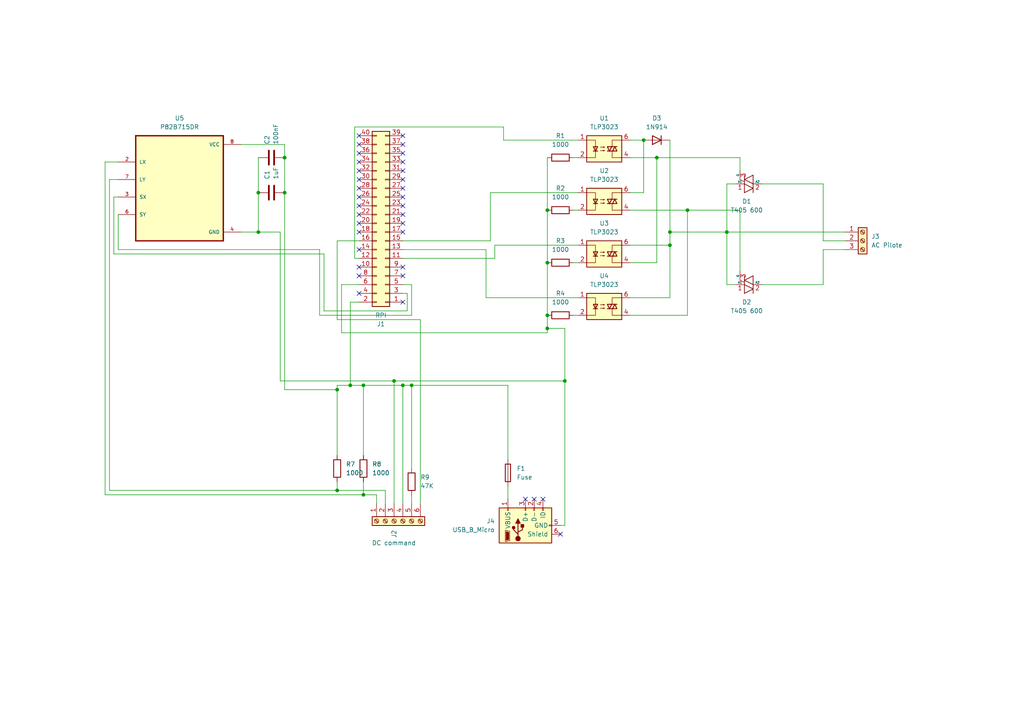
<source format=kicad_sch>
(kicad_sch (version 20230121) (generator eeschema)
  (paper "A4")
  (title_block (title "Heatger") (rev "1"))
  (lib_symbols
    (symbol "Autre:P82B715DR" (pin_names (offset 1.016))
      (property "Reference" "U" (at -12.7 16.24 0))
      (property "Value" "P82B715DR" (at -12.7 -19.24 0))
      (symbol "P82B715DR_0_0"
        (rectangle (start -12.7 -15.24) (end 12.7 15.24) (stroke (width 0.41)) (fill (type background)))
        (pin bidirectional line (at -17.78 7.62 0) (length 5.08) (name "LX") (number "2"))
        (pin bidirectional line (at -17.78 -2.54 0) (length 5.08) (name "SX") (number "3"))
        (pin power_in line (at 17.78 -12.7 180) (length 5.08) (name "GND") (number "4"))
        (pin bidirectional line (at -17.78 -7.62 0) (length 5.08) (name "SY") (number "6"))
        (pin bidirectional line (at -17.78 2.54 0) (length 5.08) (name "LY") (number "7"))
        (pin power_in line (at 17.78 12.7 180) (length 5.08) (name "VCC") (number "8"))
      )
    )
    (symbol "Connector:Screw_Terminal_01x03" (pin_names (offset 1.016) hide)
      (property "Reference" "J" (at 0 5.08 0))
      (property "Value" "Screw_Terminal_01x03" (at 0 -5.08 0))
      (symbol "Screw_Terminal_01x03_1_1"
        (rectangle (start -1.27 3.81) (end 1.27 -3.81) (stroke (width 0.254)) (fill (type background)))
        (circle (center 0 -2.54) (radius 0.635) (stroke (width 0.1524)))
        (polyline (pts (xy -0.5334 -2.2098) (xy 0.3302 -3.048)) (stroke (width 0.1524)))
        (polyline (pts (xy -0.5334 0.3302) (xy 0.3302 -0.508)) (stroke (width 0.1524)))
        (polyline (pts (xy -0.5334 2.8702) (xy 0.3302 2.032)) (stroke (width 0.1524)))
        (polyline (pts (xy -0.3556 -2.032) (xy 0.508 -2.8702)) (stroke (width 0.1524)))
        (polyline (pts (xy -0.3556 0.508) (xy 0.508 -0.3302)) (stroke (width 0.1524)))
        (polyline (pts (xy -0.3556 3.048) (xy 0.508 2.2098)) (stroke (width 0.1524)))
        (circle (center 0 0) (radius 0.635) (stroke (width 0.1524)))
        (circle (center 0 2.54) (radius 0.635) (stroke (width 0.1524)))
        (pin passive line (at -5.08 2.54 0) (length 3.81) (name "Pin_1") (number "1"))
        (pin passive line (at -5.08 0 0) (length 3.81) (name "Pin_2") (number "2"))
        (pin passive line (at -5.08 -2.54 0) (length 3.81) (name "Pin_3") (number "3"))
      )
    )
    (symbol "Connector:Screw_Terminal_01x06" (pin_names (offset 1.016) hide)
      (property "Reference" "J" (at 0 7.62 0))
      (property "Value" "Screw_Terminal_01x06" (at 0 -10.16 0))
      (symbol "Screw_Terminal_01x06_1_1"
        (rectangle (start -1.27 6.35) (end 1.27 -8.89) (stroke (width 0.254)) (fill (type background)))
        (circle (center 0 -7.62) (radius 0.635) (stroke (width 0.1524)))
        (circle (center 0 -5.08) (radius 0.635) (stroke (width 0.1524)))
        (circle (center 0 -2.54) (radius 0.635) (stroke (width 0.1524)))
        (polyline (pts (xy -0.5334 -7.2898) (xy 0.3302 -8.128)) (stroke (width 0.1524)))
        (polyline (pts (xy -0.5334 -4.7498) (xy 0.3302 -5.588)) (stroke (width 0.1524)))
        (polyline (pts (xy -0.5334 -2.2098) (xy 0.3302 -3.048)) (stroke (width 0.1524)))
        (polyline (pts (xy -0.5334 0.3302) (xy 0.3302 -0.508)) (stroke (width 0.1524)))
        (polyline (pts (xy -0.5334 2.8702) (xy 0.3302 2.032)) (stroke (width 0.1524)))
        (polyline (pts (xy -0.5334 5.4102) (xy 0.3302 4.572)) (stroke (width 0.1524)))
        (polyline (pts (xy -0.3556 -7.112) (xy 0.508 -7.9502)) (stroke (width 0.1524)))
        (polyline (pts (xy -0.3556 -4.572) (xy 0.508 -5.4102)) (stroke (width 0.1524)))
        (polyline (pts (xy -0.3556 -2.032) (xy 0.508 -2.8702)) (stroke (width 0.1524)))
        (polyline (pts (xy -0.3556 0.508) (xy 0.508 -0.3302)) (stroke (width 0.1524)))
        (polyline (pts (xy -0.3556 3.048) (xy 0.508 2.2098)) (stroke (width 0.1524)))
        (polyline (pts (xy -0.3556 5.588) (xy 0.508 4.7498)) (stroke (width 0.1524)))
        (circle (center 0 0) (radius 0.635) (stroke (width 0.1524)))
        (circle (center 0 2.54) (radius 0.635) (stroke (width 0.1524)))
        (circle (center 0 5.08) (radius 0.635) (stroke (width 0.1524)))
        (pin passive line (at -5.08 5.08 0) (length 3.81) (name "Pin_1") (number "1"))
        (pin passive line (at -5.08 2.54 0) (length 3.81) (name "Pin_2") (number "2"))
        (pin passive line (at -5.08 0 0) (length 3.81) (name "Pin_3") (number "3"))
        (pin passive line (at -5.08 -2.54 0) (length 3.81) (name "Pin_4") (number "4"))
        (pin passive line (at -5.08 -5.08 0) (length 3.81) (name "Pin_5") (number "5"))
        (pin passive line (at -5.08 -7.62 0) (length 3.81) (name "Pin_6") (number "6"))
      )
    )
    (symbol "Connector:USB_B_Micro" (pin_names (offset 1.016))
      (property "Reference" "J" (at -5.08 11.43 0))
      (property "Value" "USB_B_Micro" (at -5.08 8.89 0))
      (symbol "USB_B_Micro_0_1"
        (rectangle (start -5.08 -7.62) (end 5.08 7.62) (stroke (width 0.254)) (fill (type background)))
        (circle (center -3.81 2.159) (radius 0.635) (stroke (width 0.254)) (fill (type outline)))
        (circle (center -0.635 3.429) (radius 0.381) (stroke (width 0.254)) (fill (type outline)))
        (rectangle (start -0.127 -7.62) (end 0.127 -6.858))
        (polyline (pts (xy -1.905 2.159) (xy 0.635 2.159)) (stroke (width 0.254)))
        (polyline (pts (xy -3.175 2.159) (xy -2.54 2.159) (xy -1.27 3.429) (xy -0.635 3.429)) (stroke (width 0.254)))
        (polyline (pts (xy -2.54 2.159) (xy -1.905 2.159) (xy -1.27 0.889) (xy 0 0.889)) (stroke (width 0.254)))
        (polyline (pts (xy 0.635 2.794) (xy 0.635 1.524) (xy 1.905 2.159) (xy 0.635 2.794)) (stroke (width 0.254)) (fill (type outline)))
        (polyline (pts (xy -4.318 5.588) (xy -1.778 5.588) (xy -2.032 4.826) (xy -4.064 4.826) (xy -4.318 5.588)) (fill (type outline)))
        (polyline (pts (xy -4.699 5.842) (xy -4.699 5.588) (xy -4.445 4.826) (xy -4.445 4.572) (xy -1.651 4.572) (xy -1.651 4.826) (xy -1.397 5.588) (xy -1.397 5.842) (xy -4.699 5.842)))
        (rectangle (start 0.254 1.27) (end -0.508 0.508) (stroke (width 0.254)) (fill (type outline)))
        (rectangle (start 5.08 -5.207) (end 4.318 -4.953))
        (rectangle (start 5.08 -2.667) (end 4.318 -2.413))
        (rectangle (start 5.08 -0.127) (end 4.318 0.127))
        (rectangle (start 5.08 4.953) (end 4.318 5.207))
      )
      (symbol "USB_B_Micro_1_1"
        (pin power_out line (at 7.62 5.08 180) (length 2.54) (name "VBUS") (number "1"))
        (pin bidirectional line (at 7.62 -2.54 180) (length 2.54) (name "D-") (number "2"))
        (pin bidirectional line (at 7.62 0 180) (length 2.54) (name "D+") (number "3"))
        (pin passive line (at 7.62 -5.08 180) (length 2.54) (name "ID") (number "4"))
        (pin power_out line (at 0 -10.16 90) (length 2.54) (name "GND") (number "5"))
        (pin passive line (at -2.54 -10.16 90) (length 2.54) (name "Shield") (number "6"))
      )
    )
    (symbol "Connector_Generic:Conn_02x20_Odd_Even" (pin_names (offset 1.016) hide)
      (property "Reference" "J" (at 1.27 25.4 0))
      (property "Value" "Conn_02x20_Odd_Even" (at 1.27 -27.94 0))
      (symbol "Conn_02x20_Odd_Even_1_1"
        (rectangle (start -1.27 -25.273) (end 0 -25.527) (stroke (width 0.1524)))
        (rectangle (start -1.27 -22.733) (end 0 -22.987) (stroke (width 0.1524)))
        (rectangle (start -1.27 -20.193) (end 0 -20.447) (stroke (width 0.1524)))
        (rectangle (start -1.27 -17.653) (end 0 -17.907) (stroke (width 0.1524)))
        (rectangle (start -1.27 -15.113) (end 0 -15.367) (stroke (width 0.1524)))
        (rectangle (start -1.27 -12.573) (end 0 -12.827) (stroke (width 0.1524)))
        (rectangle (start -1.27 -10.033) (end 0 -10.287) (stroke (width 0.1524)))
        (rectangle (start -1.27 -7.493) (end 0 -7.747) (stroke (width 0.1524)))
        (rectangle (start -1.27 -4.953) (end 0 -5.207) (stroke (width 0.1524)))
        (rectangle (start -1.27 -2.413) (end 0 -2.667) (stroke (width 0.1524)))
        (rectangle (start -1.27 0.127) (end 0 -0.127) (stroke (width 0.1524)))
        (rectangle (start -1.27 2.667) (end 0 2.413) (stroke (width 0.1524)))
        (rectangle (start -1.27 5.207) (end 0 4.953) (stroke (width 0.1524)))
        (rectangle (start -1.27 7.747) (end 0 7.493) (stroke (width 0.1524)))
        (rectangle (start -1.27 10.287) (end 0 10.033) (stroke (width 0.1524)))
        (rectangle (start -1.27 12.827) (end 0 12.573) (stroke (width 0.1524)))
        (rectangle (start -1.27 15.367) (end 0 15.113) (stroke (width 0.1524)))
        (rectangle (start -1.27 17.907) (end 0 17.653) (stroke (width 0.1524)))
        (rectangle (start -1.27 20.447) (end 0 20.193) (stroke (width 0.1524)))
        (rectangle (start -1.27 22.987) (end 0 22.733) (stroke (width 0.1524)))
        (rectangle (start -1.27 24.13) (end 3.81 -26.67) (stroke (width 0.254)) (fill (type background)))
        (rectangle (start 3.81 -25.273) (end 2.54 -25.527) (stroke (width 0.1524)))
        (rectangle (start 3.81 -22.733) (end 2.54 -22.987) (stroke (width 0.1524)))
        (rectangle (start 3.81 -20.193) (end 2.54 -20.447) (stroke (width 0.1524)))
        (rectangle (start 3.81 -17.653) (end 2.54 -17.907) (stroke (width 0.1524)))
        (rectangle (start 3.81 -15.113) (end 2.54 -15.367) (stroke (width 0.1524)))
        (rectangle (start 3.81 -12.573) (end 2.54 -12.827) (stroke (width 0.1524)))
        (rectangle (start 3.81 -10.033) (end 2.54 -10.287) (stroke (width 0.1524)))
        (rectangle (start 3.81 -7.493) (end 2.54 -7.747) (stroke (width 0.1524)))
        (rectangle (start 3.81 -4.953) (end 2.54 -5.207) (stroke (width 0.1524)))
        (rectangle (start 3.81 -2.413) (end 2.54 -2.667) (stroke (width 0.1524)))
        (rectangle (start 3.81 0.127) (end 2.54 -0.127) (stroke (width 0.1524)))
        (rectangle (start 3.81 2.667) (end 2.54 2.413) (stroke (width 0.1524)))
        (rectangle (start 3.81 5.207) (end 2.54 4.953) (stroke (width 0.1524)))
        (rectangle (start 3.81 7.747) (end 2.54 7.493) (stroke (width 0.1524)))
        (rectangle (start 3.81 10.287) (end 2.54 10.033) (stroke (width 0.1524)))
        (rectangle (start 3.81 12.827) (end 2.54 12.573) (stroke (width 0.1524)))
        (rectangle (start 3.81 15.367) (end 2.54 15.113) (stroke (width 0.1524)))
        (rectangle (start 3.81 17.907) (end 2.54 17.653) (stroke (width 0.1524)))
        (rectangle (start 3.81 20.447) (end 2.54 20.193) (stroke (width 0.1524)))
        (rectangle (start 3.81 22.987) (end 2.54 22.733) (stroke (width 0.1524)))
        (pin passive line (at -5.08 22.86 0) (length 3.81) (name "Pin_1") (number "1"))
        (pin passive line (at 7.62 12.7 180) (length 3.81) (name "Pin_10") (number "10"))
        (pin passive line (at -5.08 10.16 0) (length 3.81) (name "Pin_11") (number "11"))
        (pin passive line (at 7.62 10.16 180) (length 3.81) (name "Pin_12") (number "12"))
        (pin passive line (at -5.08 7.62 0) (length 3.81) (name "Pin_13") (number "13"))
        (pin passive line (at 7.62 7.62 180) (length 3.81) (name "Pin_14") (number "14"))
        (pin passive line (at -5.08 5.08 0) (length 3.81) (name "Pin_15") (number "15"))
        (pin passive line (at 7.62 5.08 180) (length 3.81) (name "Pin_16") (number "16"))
        (pin passive line (at -5.08 2.54 0) (length 3.81) (name "Pin_17") (number "17"))
        (pin passive line (at 7.62 2.54 180) (length 3.81) (name "Pin_18") (number "18"))
        (pin passive line (at -5.08 0 0) (length 3.81) (name "Pin_19") (number "19"))
        (pin passive line (at 7.62 22.86 180) (length 3.81) (name "Pin_2") (number "2"))
        (pin passive line (at 7.62 0 180) (length 3.81) (name "Pin_20") (number "20"))
        (pin passive line (at -5.08 -2.54 0) (length 3.81) (name "Pin_21") (number "21"))
        (pin passive line (at 7.62 -2.54 180) (length 3.81) (name "Pin_22") (number "22"))
        (pin passive line (at -5.08 -5.08 0) (length 3.81) (name "Pin_23") (number "23"))
        (pin passive line (at 7.62 -5.08 180) (length 3.81) (name "Pin_24") (number "24"))
        (pin passive line (at -5.08 -7.62 0) (length 3.81) (name "Pin_25") (number "25"))
        (pin passive line (at 7.62 -7.62 180) (length 3.81) (name "Pin_26") (number "26"))
        (pin passive line (at -5.08 -10.16 0) (length 3.81) (name "Pin_27") (number "27"))
        (pin passive line (at 7.62 -10.16 180) (length 3.81) (name "Pin_28") (number "28"))
        (pin passive line (at -5.08 -12.7 0) (length 3.81) (name "Pin_29") (number "29"))
        (pin passive line (at -5.08 20.32 0) (length 3.81) (name "Pin_3") (number "3"))
        (pin passive line (at 7.62 -12.7 180) (length 3.81) (name "Pin_30") (number "30"))
        (pin passive line (at -5.08 -15.24 0) (length 3.81) (name "Pin_31") (number "31"))
        (pin passive line (at 7.62 -15.24 180) (length 3.81) (name "Pin_32") (number "32"))
        (pin passive line (at -5.08 -17.78 0) (length 3.81) (name "Pin_33") (number "33"))
        (pin passive line (at 7.62 -17.78 180) (length 3.81) (name "Pin_34") (number "34"))
        (pin passive line (at -5.08 -20.32 0) (length 3.81) (name "Pin_35") (number "35"))
        (pin passive line (at 7.62 -20.32 180) (length 3.81) (name "Pin_36") (number "36"))
        (pin passive line (at -5.08 -22.86 0) (length 3.81) (name "Pin_37") (number "37"))
        (pin passive line (at 7.62 -22.86 180) (length 3.81) (name "Pin_38") (number "38"))
        (pin passive line (at -5.08 -25.4 0) (length 3.81) (name "Pin_39") (number "39"))
        (pin passive line (at 7.62 20.32 180) (length 3.81) (name "Pin_4") (number "4"))
        (pin passive line (at 7.62 -25.4 180) (length 3.81) (name "Pin_40") (number "40"))
        (pin passive line (at -5.08 17.78 0) (length 3.81) (name "Pin_5") (number "5"))
        (pin passive line (at 7.62 17.78 180) (length 3.81) (name "Pin_6") (number "6"))
        (pin passive line (at -5.08 15.24 0) (length 3.81) (name "Pin_7") (number "7"))
        (pin passive line (at 7.62 15.24 180) (length 3.81) (name "Pin_8") (number "8"))
        (pin passive line (at -5.08 12.7 0) (length 3.81) (name "Pin_9") (number "9"))
      )
    )
    (symbol "Device:C" (pin_numbers hide) (pin_names (offset 0.254))
      (property "Reference" "C" (at 0.635 2.54 0))
      (property "Value" "C" (at 0.635 -2.54 0))
      (symbol "C_0_1"
        (polyline (pts (xy -2.032 -0.762) (xy 2.032 -0.762)) (stroke (width 0.508)))
        (polyline (pts (xy -2.032 0.762) (xy 2.032 0.762)) (stroke (width 0.508)))
      )
      (symbol "C_1_1"
        (pin passive line (at 0 3.81 270) (length 2.794) (name "~") (number "1"))
        (pin passive line (at 0 -3.81 90) (length 2.794) (name "~") (number "2"))
      )
    )
    (symbol "Device:Fuse" (pin_numbers hide) (pin_names (offset 0))
      (property "Reference" "F" (at 2.032 0 90))
      (property "Value" "Fuse" (at -1.905 0 90))
      (symbol "Fuse_0_1"
        (rectangle (start -0.762 -2.54) (end 0.762 2.54) (stroke (width 0.254)))
        (polyline (pts (xy 0 2.54) (xy 0 -2.54)))
      )
      (symbol "Fuse_1_1"
        (pin passive line (at 0 3.81 270) (length 1.27) (name "~") (number "1"))
        (pin passive line (at 0 -3.81 90) (length 1.27) (name "~") (number "2"))
      )
    )
    (symbol "Device:Q_TRIAC_A1A2G" (pin_names (offset 0))
      (property "Reference" "D" (at 3.175 0.635 0))
      (property "Value" "Q_TRIAC_A1A2G" (at 3.175 -1.27 0))
      (symbol "Q_TRIAC_A1A2G_0_1"
        (polyline (pts (xy -2.54 -1.27) (xy 2.54 -1.27)) (stroke (width 0.2032)))
        (polyline (pts (xy -2.54 1.27) (xy 2.54 1.27)) (stroke (width 0.2032)))
        (polyline (pts (xy -1.27 -2.54) (xy -0.635 -1.27)))
        (polyline (pts (xy -2.54 1.27) (xy -1.27 -1.27) (xy 0 1.27)) (stroke (width 0.2032)))
        (polyline (pts (xy 0 -1.27) (xy 1.27 1.27) (xy 2.54 -1.27)) (stroke (width 0.2032)))
      )
      (symbol "Q_TRIAC_A1A2G_1_1"
        (pin passive line (at 0 -3.81 90) (length 2.54) (name "A1") (number "1"))
        (pin passive line (at 0 3.81 270) (length 2.54) (name "A2") (number "2"))
        (pin input line (at -3.81 -2.54 0) (length 2.54) (name "G") (number "3"))
      )
    )
    (symbol "Device:R" (pin_numbers hide) (pin_names (offset 0))
      (property "Reference" "R" (at 2.032 0 90))
      (property "Value" "R" (at 0 0 90))
      (symbol "R_0_1"
        (rectangle (start -1.016 -2.54) (end 1.016 2.54) (stroke (width 0.254)))
      )
      (symbol "R_1_1"
        (pin passive line (at 0 3.81 270) (length 1.27) (name "~") (number "1"))
        (pin passive line (at 0 -3.81 90) (length 1.27) (name "~") (number "2"))
      )
    )
    (symbol "Diode:1N914" (pin_numbers hide) (pin_names hide)
      (property "Reference" "D" (at 0 2.54 0))
      (property "Value" "1N914" (at 0 -2.54 0))
      (symbol "1N914_0_1"
        (polyline (pts (xy -1.27 1.27) (xy -1.27 -1.27)) (stroke (width 0.254)))
        (polyline (pts (xy 1.27 0) (xy -1.27 0)))
        (polyline (pts (xy 1.27 1.27) (xy 1.27 -1.27) (xy -1.27 0) (xy 1.27 1.27)) (stroke (width 0.254)))
      )
      (symbol "1N914_1_1"
        (pin passive line (at -3.81 0 0) (length 2.54) (name "K") (number "1"))
        (pin passive line (at 3.81 0 180) (length 2.54) (name "A") (number "2"))
      )
    )
    (symbol "Isolator:TLP3023" (pin_names (offset 1.016))
      (property "Reference" "U" (at -5.08 5.08 0))
      (property "Value" "TLP3023" (at 0 5.08 0))
      (symbol "TLP3023_0_1"
        (rectangle (start -5.08 3.81) (end 5.08 -3.81) (stroke (width 0.254)) (fill (type background)))
        (polyline (pts (xy -3.175 -0.635) (xy -1.905 -0.635)) (stroke (width 0.254)))
        (polyline (pts (xy 1.905 0.635) (xy 3.683 0.635)) (stroke (width 0.254)))
        (polyline (pts (xy 2.286 -2.54) (xy 2.286 -0.635)))
        (polyline (pts (xy 2.286 -2.54) (xy 5.08 -2.54)))
        (polyline (pts (xy 2.286 2.54) (xy 2.286 0.635)))
        (polyline (pts (xy 2.286 2.54) (xy 5.08 2.54)))
        (polyline (pts (xy 2.667 -0.635) (xy 0.889 -0.635)) (stroke (width 0.254)))
        (polyline (pts (xy -5.08 2.54) (xy -2.54 2.54) (xy -2.54 0.635)))
        (polyline (pts (xy -2.54 0.762) (xy -2.54 -2.54) (xy -5.08 -2.54)))
        (polyline (pts (xy -2.54 -0.635) (xy -3.175 0.635) (xy -1.905 0.635) (xy -2.54 -0.635)) (stroke (width 0.254)))
        (polyline (pts (xy 1.524 -0.635) (xy 2.159 0.635) (xy 0.889 0.635) (xy 1.524 -0.635)) (stroke (width 0.254)))
        (polyline (pts (xy 3.048 0.635) (xy 2.413 -0.635) (xy 3.683 -0.635) (xy 3.048 0.635)) (stroke (width 0.254)))
        (polyline (pts (xy -1.143 -0.508) (xy 0.127 -0.508) (xy -0.254 -0.635) (xy -0.254 -0.381) (xy 0.127 -0.508)))
        (polyline (pts (xy -1.143 0.508) (xy 0.127 0.508) (xy -0.254 0.381) (xy -0.254 0.635) (xy 0.127 0.508)))
      )
      (symbol "TLP3023_1_1"
        (pin passive line (at -7.62 2.54 0) (length 2.54) (name "~") (number "1"))
        (pin passive line (at -7.62 -2.54 0) (length 2.54) (name "~") (number "2"))
        (pin no_connect line (at -5.08 0 0) (length 2.54) hide (name "NC") (number "3"))
        (pin passive line (at 7.62 -2.54 180) (length 2.54) (name "~") (number "4"))
        (pin passive line (at 7.62 2.54 180) (length 2.54) (name "~") (number "6"))
      )
    )
  )
  (junction (at 158.75 60.96))
  (junction (at 97.79 142.24))
  (junction (at 199.39 60.96))
  (junction (at 194.31 67.31))
  (junction (at 74.93 67.31))
  (junction (at 105.41 143.51))
  (junction (at 74.93 55.88))
  (junction (at 210.82 67.31))
  (junction (at 163.83 110.49))
  (junction (at 158.75 76.2))
  (junction (at 194.31 71.12))
  (junction (at 82.55 45.72))
  (junction (at 119.38 111.76))
  (junction (at 190.5 45.72))
  (junction (at 116.84 111.76))
  (junction (at 105.41 111.76))
  (junction (at 97.79 113.03))
  (junction (at 114.3 110.49))
  (junction (at 101.6 111.76))
  (junction (at 82.55 55.88))
  (junction (at 158.75 91.44))
  (junction (at 186.69 40.64))
  (junction (at 158.75 95.25))
  (no_connect (at 104.14 57.15))
  (no_connect (at 116.84 80.01))
  (no_connect (at 116.84 64.77))
  (no_connect (at 116.84 49.53))
  (no_connect (at 116.84 67.31))
  (no_connect (at 116.84 54.61))
  (no_connect (at 116.84 46.99))
  (no_connect (at 116.84 59.69))
  (no_connect (at 116.84 77.47))
  (no_connect (at 104.14 72.39))
  (no_connect (at 152.4 144.78))
  (no_connect (at 162.56 154.94))
  (no_connect (at 154.94 144.78))
  (no_connect (at 116.84 62.23))
  (no_connect (at 104.14 67.31))
  (no_connect (at 116.84 44.45))
  (no_connect (at 116.84 39.37))
  (no_connect (at 104.14 44.45))
  (no_connect (at 104.14 39.37))
  (no_connect (at 104.14 77.47))
  (no_connect (at 104.14 64.77))
  (no_connect (at 104.14 46.99))
  (no_connect (at 104.14 59.69))
  (no_connect (at 116.84 52.07))
  (no_connect (at 104.14 41.91))
  (no_connect (at 104.14 62.23))
  (no_connect (at 104.14 80.01))
  (no_connect (at 116.84 41.91))
  (no_connect (at 104.14 49.53))
  (no_connect (at 116.84 87.63))
  (no_connect (at 157.48 144.78))
  (no_connect (at 104.14 54.61))
  (no_connect (at 104.14 85.09))
  (no_connect (at 104.14 52.07))
  (no_connect (at 116.84 57.15))
  (wire (pts (xy 147.32 140.97) (xy 147.32 144.78)))
  (wire (pts (xy 143.51 74.93) (xy 116.84 74.93)))
  (wire (pts (xy 238.76 72.39) (xy 245.11 72.39)))
  (wire (pts (xy 214.63 78.74) (xy 214.63 60.96)))
  (wire (pts (xy 97.79 92.71) (xy 97.79 69.85)))
  (wire (pts (xy 119.38 91.44) (xy 119.38 82.55)))
  (wire (pts (xy 81.28 110.49) (xy 114.3 110.49)))
  (wire (pts (xy 190.5 76.2) (xy 190.5 45.72)))
  (wire (pts (xy 92.71 91.44) (xy 119.38 91.44)))
  (wire (pts (xy 142.24 55.88) (xy 142.24 69.85)))
  (wire (pts (xy 34.29 72.39) (xy 34.29 62.23)))
  (wire (pts (xy 99.06 82.55) (xy 104.14 82.55)))
  (wire (pts (xy 118.11 90.17) (xy 93.98 90.17)))
  (wire (pts (xy 93.98 90.17) (xy 93.98 73.66)))
  (wire (pts (xy 214.63 45.72) (xy 214.63 49.53)))
  (wire (pts (xy 119.38 111.76) (xy 147.32 111.76)))
  (wire (pts (xy 105.41 139.7) (xy 105.41 143.51)))
  (wire (pts (xy 143.51 71.12) (xy 167.64 71.12)))
  (wire (pts (xy 245.11 69.85) (xy 238.76 69.85)))
  (wire (pts (xy 30.48 46.99) (xy 30.48 143.51)))
  (wire (pts (xy 92.71 72.39) (xy 92.71 91.44)))
  (wire (pts (xy 82.55 41.91) (xy 82.55 45.72)))
  (wire (pts (xy 102.87 36.83) (xy 102.87 74.93)))
  (wire (pts (xy 121.92 146.05) (xy 121.92 92.71)))
  (wire (pts (xy 213.36 53.34) (xy 210.82 53.34)))
  (wire (pts (xy 182.88 91.44) (xy 199.39 91.44)))
  (wire (pts (xy 69.85 67.31) (xy 74.93 67.31)))
  (wire (pts (xy 97.79 111.76) (xy 101.6 111.76)))
  (wire (pts (xy 74.93 67.31) (xy 81.28 67.31)))
  (wire (pts (xy 97.79 113.03) (xy 97.79 132.08)))
  (wire (pts (xy 101.6 87.63) (xy 104.14 87.63)))
  (wire (pts (xy 97.79 139.7) (xy 97.79 142.24)))
  (wire (pts (xy 162.56 152.4) (xy 163.83 152.4)))
  (wire (pts (xy 82.55 55.88) (xy 82.55 113.03)))
  (wire (pts (xy 146.05 36.83) (xy 102.87 36.83)))
  (wire (pts (xy 102.87 74.93) (xy 104.14 74.93)))
  (wire (pts (xy 182.88 40.64) (xy 186.69 40.64)))
  (wire (pts (xy 182.88 45.72) (xy 190.5 45.72)))
  (wire (pts (xy 166.37 91.44) (xy 167.64 91.44)))
  (wire (pts (xy 34.29 46.99) (xy 30.48 46.99)))
  (wire (pts (xy 210.82 67.31) (xy 210.82 82.55)))
  (wire (pts (xy 118.11 90.17) (xy 118.11 85.09)))
  (wire (pts (xy 140.97 86.36) (xy 167.64 86.36)))
  (wire (pts (xy 121.92 92.71) (xy 97.79 92.71)))
  (wire (pts (xy 109.22 143.51) (xy 109.22 146.05)))
  (wire (pts (xy 166.37 45.72) (xy 167.64 45.72)))
  (wire (pts (xy 101.6 111.76) (xy 101.6 87.63)))
  (wire (pts (xy 105.41 143.51) (xy 109.22 143.51)))
  (wire (pts (xy 146.05 40.64) (xy 146.05 36.83)))
  (wire (pts (xy 210.82 82.55) (xy 213.36 82.55)))
  (wire (pts (xy 97.79 113.03) (xy 97.79 111.76)))
  (wire (pts (xy 194.31 67.31) (xy 210.82 67.31)))
  (wire (pts (xy 34.29 57.15) (xy 33.02 57.15)))
  (wire (pts (xy 140.97 72.39) (xy 116.84 72.39)))
  (wire (pts (xy 116.84 111.76) (xy 119.38 111.76)))
  (wire (pts (xy 81.28 67.31) (xy 81.28 110.49)))
  (wire (pts (xy 140.97 86.36) (xy 140.97 72.39)))
  (wire (pts (xy 97.79 69.85) (xy 104.14 69.85)))
  (wire (pts (xy 33.02 73.66) (xy 93.98 73.66)))
  (wire (pts (xy 114.3 110.49) (xy 114.3 146.05)))
  (wire (pts (xy 158.75 76.2) (xy 158.75 91.44)))
  (wire (pts (xy 101.6 111.76) (xy 105.41 111.76)))
  (wire (pts (xy 166.37 60.96) (xy 167.64 60.96)))
  (wire (pts (xy 194.31 71.12) (xy 194.31 86.36)))
  (wire (pts (xy 105.41 111.76) (xy 105.41 132.08)))
  (wire (pts (xy 142.24 55.88) (xy 167.64 55.88)))
  (wire (pts (xy 210.82 53.34) (xy 210.82 67.31)))
  (wire (pts (xy 190.5 45.72) (xy 214.63 45.72)))
  (wire (pts (xy 31.75 142.24) (xy 31.75 52.07)))
  (wire (pts (xy 158.75 95.25) (xy 158.75 91.44)))
  (wire (pts (xy 118.11 85.09) (xy 116.84 85.09)))
  (wire (pts (xy 238.76 82.55) (xy 238.76 72.39)))
  (wire (pts (xy 158.75 60.96) (xy 158.75 76.2)))
  (wire (pts (xy 119.38 111.76) (xy 119.38 135.89)))
  (wire (pts (xy 238.76 53.34) (xy 220.98 53.34)))
  (wire (pts (xy 142.24 69.85) (xy 116.84 69.85)))
  (wire (pts (xy 99.06 96.52) (xy 99.06 82.55)))
  (wire (pts (xy 74.93 55.88) (xy 74.93 67.31)))
  (wire (pts (xy 238.76 69.85) (xy 238.76 53.34)))
  (wire (pts (xy 143.51 71.12) (xy 143.51 74.93)))
  (wire (pts (xy 186.69 55.88) (xy 182.88 55.88)))
  (wire (pts (xy 210.82 67.31) (xy 245.11 67.31)))
  (wire (pts (xy 199.39 60.96) (xy 214.63 60.96)))
  (wire (pts (xy 119.38 143.51) (xy 119.38 146.05)))
  (wire (pts (xy 166.37 76.2) (xy 167.64 76.2)))
  (wire (pts (xy 182.88 76.2) (xy 190.5 76.2)))
  (wire (pts (xy 182.88 86.36) (xy 194.31 86.36)))
  (wire (pts (xy 74.93 45.72) (xy 74.93 55.88)))
  (wire (pts (xy 111.76 146.05) (xy 111.76 142.24)))
  (wire (pts (xy 158.75 95.25) (xy 158.75 96.52)))
  (wire (pts (xy 163.83 110.49) (xy 163.83 152.4)))
  (wire (pts (xy 163.83 95.25) (xy 163.83 110.49)))
  (wire (pts (xy 146.05 40.64) (xy 167.64 40.64)))
  (wire (pts (xy 82.55 45.72) (xy 82.55 55.88)))
  (wire (pts (xy 116.84 111.76) (xy 116.84 146.05)))
  (wire (pts (xy 199.39 91.44) (xy 199.39 60.96)))
  (wire (pts (xy 82.55 113.03) (xy 97.79 113.03)))
  (wire (pts (xy 147.32 111.76) (xy 147.32 133.35)))
  (wire (pts (xy 194.31 71.12) (xy 194.31 67.31)))
  (wire (pts (xy 163.83 95.25) (xy 158.75 95.25)))
  (wire (pts (xy 158.75 45.72) (xy 158.75 60.96)))
  (wire (pts (xy 31.75 52.07) (xy 34.29 52.07)))
  (wire (pts (xy 30.48 143.51) (xy 105.41 143.51)))
  (wire (pts (xy 182.88 60.96) (xy 199.39 60.96)))
  (wire (pts (xy 220.98 82.55) (xy 238.76 82.55)))
  (wire (pts (xy 158.75 96.52) (xy 99.06 96.52)))
  (wire (pts (xy 116.84 82.55) (xy 119.38 82.55)))
  (wire (pts (xy 105.41 111.76) (xy 116.84 111.76)))
  (wire (pts (xy 182.88 71.12) (xy 194.31 71.12)))
  (wire (pts (xy 111.76 142.24) (xy 97.79 142.24)))
  (wire (pts (xy 194.31 67.31) (xy 194.31 40.64)))
  (wire (pts (xy 97.79 142.24) (xy 31.75 142.24)))
  (wire (pts (xy 69.85 41.91) (xy 82.55 41.91)))
  (wire (pts (xy 33.02 57.15) (xy 33.02 73.66)))
  (wire (pts (xy 114.3 110.49) (xy 163.83 110.49)))
  (wire (pts (xy 186.69 40.64) (xy 186.69 55.88)))
  (wire (pts (xy 92.71 72.39) (xy 34.29 72.39)))
  (symbol (lib_id "Isolator:TLP3023") (at 175.26 88.9 0) (unit 1)
    (property "Reference" "U4" (at 175.26 80.01 0))
    (property "Value" "TLP3023" (at 175.26 82.55 0))
    (property "Footprint" "Package_DIP:DIP-6_W7.62mm" (effects hide))
    (property "Datasheet" "https://toshiba.semicon-storage.com/info/docget.jsp?did=1421&prodName=TLP3021(S)" (effects hide))
  )
  (symbol (lib_id "Device:Q_TRIAC_A1A2G") (at 217.17 53.34 270) (unit 1)
    (property "Reference" "D1" (at 216.5858 58.42 90))
    (property "Value" "T405 600" (at 216.5858 60.96 90))
    (property "Footprint" "VREG_L78M08CDT-TR:VREG_L78M08CDT-TR" (effects hide))
  )
  (symbol (lib_id "Device:Fuse") (at 147.32 137.16 0) (unit 1)
    (property "Reference" "F1" (at 149.86 135.89 0) (effects (justify left)))
    (property "Value" "Fuse" (at 149.86 138.43 0) (effects (justify left)))
    (property "Footprint" "Fuse:Fuseholder_Cylinder-5x20mm_EATON_H15-V-1_Vertical_Closed" (effects hide))
  )
  (symbol (lib_id "Isolator:TLP3023") (at 175.26 73.66 0) (unit 1)
    (property "Reference" "U3" (at 175.26 64.77 0))
    (property "Value" "TLP3023" (at 175.26 67.31 0))
    (property "Footprint" "Package_DIP:DIP-6_W7.62mm" (effects hide))
    (property "Datasheet" "https://toshiba.semicon-storage.com/info/docget.jsp?did=1421&prodName=TLP3021(S)" (effects hide))
  )
  (symbol (lib_id "Autre:P82B715DR") (at 52.07 54.61 0) (unit 1)
    (property "Reference" "U5" (at 52.07 34.29 0))
    (property "Value" "P82B715DR" (at 52.07 36.83 0))
    (property "Footprint" "SOIC127P599X175-8N" (effects hide))
  )
  (symbol (lib_id "Device:R") (at 162.56 60.96 90) (unit 1)
    (property "Reference" "R2" (at 162.56 54.61 90))
    (property "Value" "1000" (at 162.56 57.15 90))
    (property "Footprint" "Resistor_THT:R_Axial_DIN0204_L3.6mm_D1.6mm_P7.62mm_Horizontal" (effects hide))
  )
  (symbol (lib_id "Device:R") (at 162.56 76.2 90) (unit 1)
    (property "Reference" "R3" (at 162.56 69.85 90))
    (property "Value" "1000" (at 162.56 72.39 90))
    (property "Footprint" "Resistor_THT:R_Axial_DIN0204_L3.6mm_D1.6mm_P7.62mm_Horizontal" (effects hide))
  )
  (symbol (lib_id "Device:R") (at 162.56 91.44 90) (unit 1)
    (property "Reference" "R4" (at 162.56 85.09 90))
    (property "Value" "1000" (at 162.56 87.63 90))
    (property "Footprint" "Resistor_THT:R_Axial_DIN0204_L3.6mm_D1.6mm_P7.62mm_Horizontal" (effects hide))
  )
  (symbol (lib_id "Isolator:TLP3023") (at 175.26 43.18 0) (unit 1)
    (property "Reference" "U1" (at 175.26 34.29 0))
    (property "Value" "TLP3023" (at 175.26 36.83 0))
    (property "Footprint" "Package_DIP:DIP-6_W7.62mm" (effects hide))
    (property "Datasheet" "https://toshiba.semicon-storage.com/info/docget.jsp?did=1421&prodName=TLP3021(S)" (effects hide))
  )
  (symbol (lib_id "Connector_Generic:Conn_02x20_Odd_Even") (at 111.76 64.77 180) (unit 1)
    (property "Reference" "J1" (at 110.49 93.98 0))
    (property "Value" "RPI" (at 110.49 91.44 0))
    (property "Footprint" "Connector_PinSocket_2.54mm:PinSocket_2x20_P2.54mm_Vertical" (effects hide))
  )
  (symbol (lib_id "Isolator:TLP3023") (at 175.26 58.42 0) (unit 1)
    (property "Reference" "U2" (at 175.26 49.53 0))
    (property "Value" "TLP3023" (at 175.26 52.07 0))
    (property "Footprint" "Package_DIP:DIP-6_W7.62mm" (effects hide))
    (property "Datasheet" "https://toshiba.semicon-storage.com/info/docget.jsp?did=1421&prodName=TLP3021(S)" (effects hide))
  )
  (symbol (lib_id "Diode:1N914") (at 190.5 40.64 180) (unit 1)
    (property "Reference" "D3" (at 190.5 34.29 0))
    (property "Value" "1N914" (at 190.5 36.83 0))
    (property "Footprint" "Diode_THT:D_DO-35_SOD27_P7.62mm_Horizontal" (effects hide))
    (property "Datasheet" "http://www.vishay.com/docs/85622/1n914.pdf" (effects hide))
    (property "Sim.Device" "D" (effects hide))
    (property "Sim.Pins" "1=K 2=A" (effects hide))
  )
  (symbol (lib_id "Device:R") (at 105.41 135.89 180) (unit 1)
    (property "Reference" "R8" (at 107.95 134.62 0) (effects (justify right)))
    (property "Value" "1000" (at 107.95 137.16 0) (effects (justify right)))
    (property "Footprint" "Resistor_THT:R_Axial_DIN0204_L3.6mm_D1.6mm_P7.62mm_Horizontal" (effects hide))
  )
  (symbol (lib_id "Device:C") (at 78.74 55.88 90) (unit 1)
    (property "Reference" "C1" (at 77.47 52.07 0) (effects (justify left)))
    (property "Value" "1uF" (at 80.01 52.07 0) (effects (justify left)))
    (property "Footprint" "Capacitor_SMD:C_0805_2012Metric_Pad1.18x1.45mm_HandSolder" (effects hide))
  )
  (symbol (lib_id "Connector:USB_B_Micro") (at 152.4 152.4 90) (unit 1)
    (property "Reference" "J4" (at 143.51 151.13 90) (effects (justify left)))
    (property "Value" "USB_B_Micro" (at 143.51 153.67 90) (effects (justify left)))
    (property "Footprint" "Connector_USB:USB_Micro-B_Amphenol_10118194_Horizontal" (effects hide))
  )
  (symbol (lib_id "Device:Q_TRIAC_A1A2G") (at 217.17 82.55 270) (unit 1)
    (property "Reference" "D2" (at 216.5858 87.63 90))
    (property "Value" "T405 600" (at 216.5858 90.17 90))
    (property "Footprint" "VREG_L78M08CDT-TR:VREG_L78M08CDT-TR" (effects hide))
  )
  (symbol (lib_id "Device:R") (at 162.56 45.72 90) (unit 1)
    (property "Reference" "R1" (at 162.56 39.37 90))
    (property "Value" "1000" (at 162.56 41.91 90))
    (property "Footprint" "Resistor_THT:R_Axial_DIN0204_L3.6mm_D1.6mm_P7.62mm_Horizontal" (effects hide))
  )
  (symbol (lib_id "Device:C") (at 78.74 45.72 90) (unit 1)
    (property "Reference" "C2" (at 77.47 41.91 0) (effects (justify left)))
    (property "Value" "100nF" (at 80.01 41.91 0) (effects (justify left)))
    (property "Footprint" "Capacitor_SMD:C_0805_2012Metric_Pad1.18x1.45mm_HandSolder" (effects hide))
  )
  (symbol (lib_id "Device:R") (at 97.79 135.89 180) (unit 1)
    (property "Reference" "R7" (at 100.33 134.62 0) (effects (justify right)))
    (property "Value" "1000" (at 100.33 137.16 0) (effects (justify right)))
    (property "Footprint" "Resistor_THT:R_Axial_DIN0204_L3.6mm_D1.6mm_P7.62mm_Horizontal" (effects hide))
  )
  (symbol (lib_id "Device:R") (at 119.38 139.7 180) (unit 1)
    (property "Reference" "R9" (at 121.92 138.43 0) (effects (justify right)))
    (property "Value" "47K" (at 121.92 140.97 0) (effects (justify right)))
    (property "Footprint" "Resistor_THT:R_Axial_DIN0204_L3.6mm_D1.6mm_P7.62mm_Horizontal" (effects hide))
  )
  (symbol (lib_id "Connector:Screw_Terminal_01x03") (at 250.19 69.85 0) (unit 1)
    (property "Reference" "J3" (at 252.73 68.58 0) (effects (justify left)))
    (property "Value" "AC Pilote" (at 252.73 71.12 0) (effects (justify left)))
    (property "Footprint" "TerminalBlock_Phoenix:TerminalBlock_Phoenix_MKDS-1,5-3_1x03_P5.00mm_Horizontal" (effects hide))
  )
  (symbol (lib_id "Connector:Screw_Terminal_01x06") (at 114.3 151.13 90) (mirror x) (unit 1)
    (property "Reference" "J2" (at 114.3 153.67 0) (effects (justify left)))
    (property "Value" "DC command" (at 120.65 157.48 90) (effects (justify left)))
    (property "Footprint" "TerminalBlock_Phoenix:TerminalBlock_Phoenix_MKDS-1,5-6_1x06_P5.00mm_Horizontal" (effects hide))
  )
)
</source>
